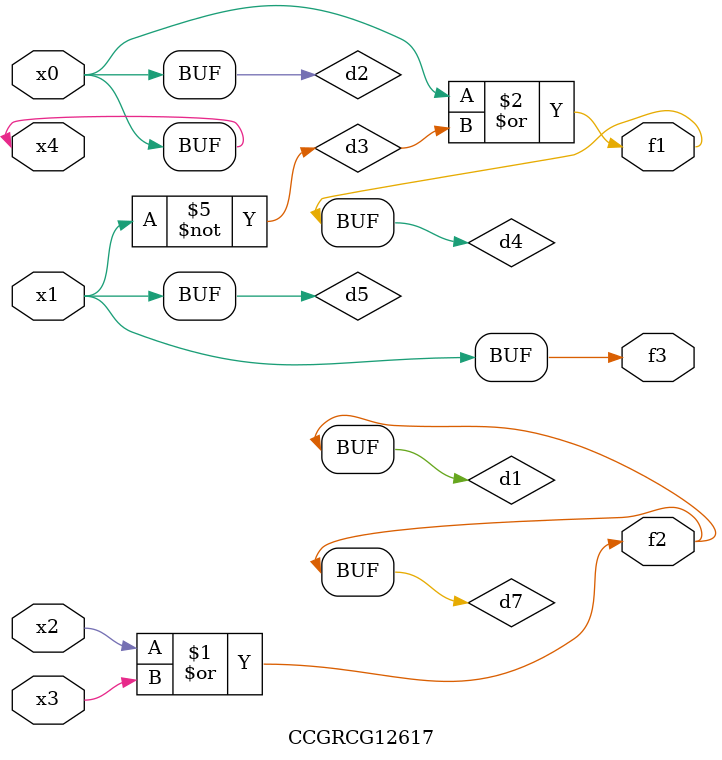
<source format=v>
module CCGRCG12617(
	input x0, x1, x2, x3, x4,
	output f1, f2, f3
);

	wire d1, d2, d3, d4, d5, d6, d7;

	or (d1, x2, x3);
	buf (d2, x0, x4);
	not (d3, x1);
	or (d4, d2, d3);
	not (d5, d3);
	nand (d6, d1, d3);
	or (d7, d1);
	assign f1 = d4;
	assign f2 = d7;
	assign f3 = d5;
endmodule

</source>
